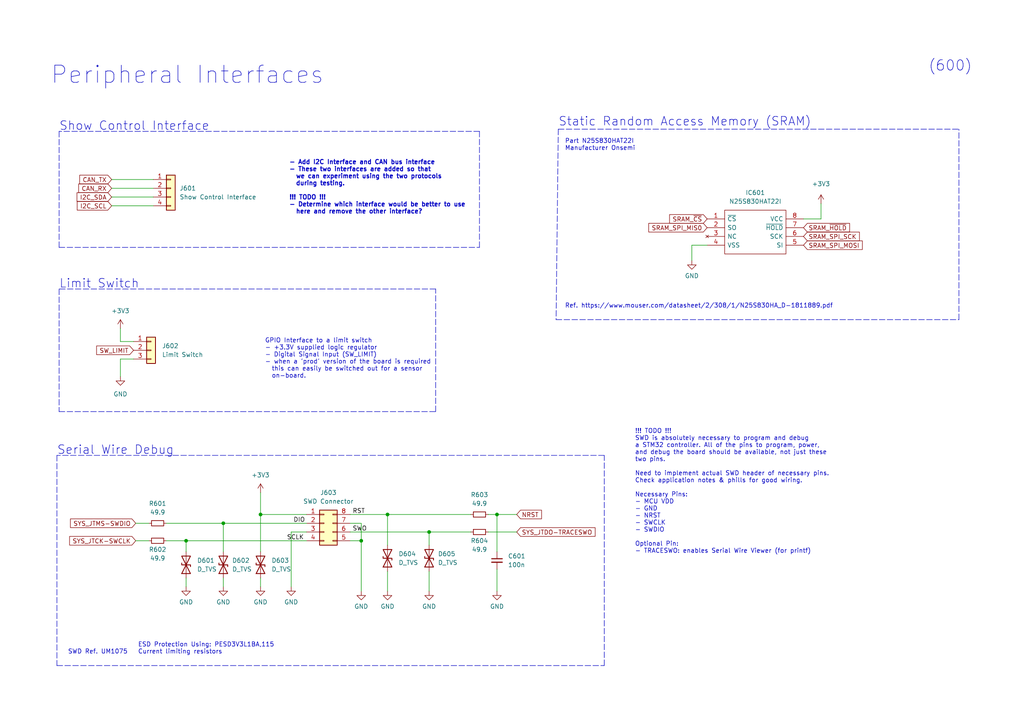
<source format=kicad_sch>
(kicad_sch (version 20211123) (generator eeschema)
  (paper "A4")
  (title_block (title "Peripheral Interfaces") (date "2022-10-30") (rev "HULA - 0.2") (company "Alexander S. Adranly"))
  (lib_symbols
    (symbol "Connector_Generic:Conn_01x03" (pin_names (offset 1.016) hide)
      (property "Reference" "J" (at 0 5.08 0))
      (property "Value" "Conn_01x03" (at 0 -5.08 0))
      (symbol "Conn_01x03_1_1"
        (rectangle (start -1.27 -2.413) (end 0 -2.667) (stroke (width 0.1524)))
        (rectangle (start -1.27 0.127) (end 0 -0.127) (stroke (width 0.1524)))
        (rectangle (start -1.27 2.667) (end 0 2.413) (stroke (width 0.1524)))
        (rectangle (start -1.27 3.81) (end 1.27 -3.81) (stroke (width 0.254)) (fill (type background)))
        (pin passive line (at -5.08 2.54 0) (length 3.81) (name "Pin_1") (number "1"))
        (pin passive line (at -5.08 0 0) (length 3.81) (name "Pin_2") (number "2"))
        (pin passive line (at -5.08 -2.54 0) (length 3.81) (name "Pin_3") (number "3"))
      )
    )
    (symbol "Connector_Generic:Conn_01x04" (pin_names (offset 1.016) hide)
      (property "Reference" "J" (at 0 5.08 0))
      (property "Value" "Conn_01x04" (at 0 -7.62 0))
      (symbol "Conn_01x04_1_1"
        (rectangle (start -1.27 -4.953) (end 0 -5.207) (stroke (width 0.1524)))
        (rectangle (start -1.27 -2.413) (end 0 -2.667) (stroke (width 0.1524)))
        (rectangle (start -1.27 0.127) (end 0 -0.127) (stroke (width 0.1524)))
        (rectangle (start -1.27 2.667) (end 0 2.413) (stroke (width 0.1524)))
        (rectangle (start -1.27 3.81) (end 1.27 -6.35) (stroke (width 0.254)) (fill (type background)))
        (pin passive line (at -5.08 2.54 0) (length 3.81) (name "Pin_1") (number "1"))
        (pin passive line (at -5.08 0 0) (length 3.81) (name "Pin_2") (number "2"))
        (pin passive line (at -5.08 -2.54 0) (length 3.81) (name "Pin_3") (number "3"))
        (pin passive line (at -5.08 -5.08 0) (length 3.81) (name "Pin_4") (number "4"))
      )
    )
    (symbol "Connector_Generic:Conn_02x04_Counter_Clockwise" (pin_names (offset 1.016) hide)
      (property "Reference" "J" (at 1.27 5.08 0))
      (property "Value" "Conn_02x04_Counter_Clockwise" (at 1.27 -7.62 0))
      (symbol "Conn_02x04_Counter_Clockwise_1_1"
        (rectangle (start -1.27 -4.953) (end 0 -5.207) (stroke (width 0.1524)))
        (rectangle (start -1.27 -2.413) (end 0 -2.667) (stroke (width 0.1524)))
        (rectangle (start -1.27 0.127) (end 0 -0.127) (stroke (width 0.1524)))
        (rectangle (start -1.27 2.667) (end 0 2.413) (stroke (width 0.1524)))
        (rectangle (start -1.27 3.81) (end 3.81 -6.35) (stroke (width 0.254)) (fill (type background)))
        (rectangle (start 3.81 -4.953) (end 2.54 -5.207) (stroke (width 0.1524)))
        (rectangle (start 3.81 -2.413) (end 2.54 -2.667) (stroke (width 0.1524)))
        (rectangle (start 3.81 0.127) (end 2.54 -0.127) (stroke (width 0.1524)))
        (rectangle (start 3.81 2.667) (end 2.54 2.413) (stroke (width 0.1524)))
        (pin passive line (at -5.08 2.54 0) (length 3.81) (name "Pin_1") (number "1"))
        (pin passive line (at -5.08 0 0) (length 3.81) (name "Pin_2") (number "2"))
        (pin passive line (at -5.08 -2.54 0) (length 3.81) (name "Pin_3") (number "3"))
        (pin passive line (at -5.08 -5.08 0) (length 3.81) (name "Pin_4") (number "4"))
        (pin passive line (at 7.62 -5.08 180) (length 3.81) (name "Pin_5") (number "5"))
        (pin passive line (at 7.62 -2.54 180) (length 3.81) (name "Pin_6") (number "6"))
        (pin passive line (at 7.62 0 180) (length 3.81) (name "Pin_7") (number "7"))
        (pin passive line (at 7.62 2.54 180) (length 3.81) (name "Pin_8") (number "8"))
      )
    )
    (symbol "Device:C_Small" (pin_numbers hide) (pin_names (offset 0.254) hide)
      (property "Reference" "C" (at 0.254 1.778 0))
      (property "Value" "C_Small" (at 0.254 -2.032 0))
      (symbol "C_Small_0_1"
        (polyline (pts (xy -1.524 -0.508) (xy 1.524 -0.508)) (stroke (width 0.3302)))
        (polyline (pts (xy -1.524 0.508) (xy 1.524 0.508)) (stroke (width 0.3048)))
      )
      (symbol "C_Small_1_1"
        (pin passive line (at 0 2.54 270) (length 2.032) (name "~") (number "1"))
        (pin passive line (at 0 -2.54 90) (length 2.032) (name "~") (number "2"))
      )
    )
    (symbol "Device:D_TVS" (pin_numbers hide) (pin_names (offset 1.016) hide)
      (property "Reference" "D" (at 0 2.54 0))
      (property "Value" "D_TVS" (at 0 -2.54 0))
      (symbol "D_TVS_0_1"
        (polyline (pts (xy 1.27 0) (xy -1.27 0)))
        (polyline (pts (xy 0.508 1.27) (xy 0 1.27) (xy 0 -1.27) (xy -0.508 -1.27)) (stroke (width 0.254)))
        (polyline (pts (xy -2.54 1.27) (xy -2.54 -1.27) (xy 2.54 1.27) (xy 2.54 -1.27) (xy -2.54 1.27)) (stroke (width 0.254)))
      )
      (symbol "D_TVS_1_1"
        (pin passive line (at -3.81 0 0) (length 2.54) (name "A1") (number "1"))
        (pin passive line (at 3.81 0 180) (length 2.54) (name "A2") (number "2"))
      )
    )
    (symbol "Device:R_Small" (pin_numbers hide) (pin_names (offset 0.254) hide)
      (property "Reference" "R" (at 0.762 0.508 0))
      (property "Value" "R_Small" (at 0.762 -1.016 0))
      (symbol "R_Small_0_1"
        (rectangle (start -0.762 1.778) (end 0.762 -1.778) (stroke (width 0.2032)))
      )
      (symbol "R_Small_1_1"
        (pin passive line (at 0 2.54 270) (length 0.762) (name "~") (number "1"))
        (pin passive line (at 0 -2.54 90) (length 0.762) (name "~") (number "2"))
      )
    )
    (symbol "SamacSys_Parts:N25S830HAT22I" (pin_names (offset 0.762))
      (property "Reference" "IC" (at 24.13 7.62 0))
      (property "Value" "N25S830HAT22I" (at 24.13 5.08 0))
      (symbol "N25S830HAT22I_0_0"
        (pin input line (at 0 0 0) (length 5.08) (name "~{CS}") (number "1"))
        (pin passive line (at 0 -2.54 0) (length 5.08) (name "SO") (number "2"))
        (pin no_connect line (at 0 -5.08 0) (length 5.08) (name "NC") (number "3"))
        (pin power_in line (at 0 -7.62 0) (length 5.08) (name "VSS") (number "4"))
        (pin passive line (at 27.94 -7.62 180) (length 5.08) (name "SI") (number "5"))
        (pin passive line (at 27.94 -5.08 180) (length 5.08) (name "SCK") (number "6"))
        (pin passive line (at 27.94 -2.54 180) (length 5.08) (name "~{HOLD}") (number "7"))
        (pin power_in line (at 27.94 0 180) (length 5.08) (name "VCC") (number "8"))
      )
      (symbol "N25S830HAT22I_0_1"
        (polyline (pts (xy 5.08 2.54) (xy 22.86 2.54) (xy 22.86 -10.16) (xy 5.08 -10.16) (xy 5.08 2.54)) (stroke (width 0.1524)))
      )
    )
    (symbol "power:+3V3" (power) (pin_names (offset 0))
      (property "Value" "+3V3" (at 0 3.556 0))
      (symbol "+3V3_0_1"
        (polyline (pts (xy -0.762 1.27) (xy 0 2.54)))
        (polyline (pts (xy 0 0) (xy 0 2.54)))
        (polyline (pts (xy 0 2.54) (xy 0.762 1.27)))
      )
      (symbol "+3V3_1_1"
        (pin power_in line (at 0 0 90) (length 0) hide (name "+3V3") (number "1"))
      )
    )
    (symbol "power:GND" (power) (pin_names (offset 0))
      (property "Value" "GND" (at 0 -3.81 0))
      (symbol "GND_0_1"
        (polyline (pts (xy 0 0) (xy 0 -1.27) (xy 1.27 -1.27) (xy 0 -2.54) (xy -1.27 -1.27) (xy 0 -1.27)))
      )
      (symbol "GND_1_1"
        (pin power_in line (at 0 0 270) (length 0) hide (name "GND") (number "1"))
      )
    )
  )
  (junction (at 124.46 154.305))
  (junction (at 144.145 149.225))
  (junction (at 112.395 149.225))
  (junction (at 64.77 151.765))
  (junction (at 75.565 149.225))
  (junction (at 53.975 156.845))
  (junction (at 104.775 156.845))
  (polyline (pts (xy 17.145 71.755) (xy 139.065 71.755)))
  (wire (pts (xy 112.395 149.225) (xy 101.6 149.225)))
  (polyline (pts (xy 126.365 119.38) (xy 126.365 83.82)))
  (wire (pts (xy 64.77 151.765) (xy 88.9 151.765)))
  (wire (pts (xy 53.975 167.64) (xy 53.975 170.18)))
  (wire (pts (xy 144.145 149.225) (xy 141.605 149.225)))
  (wire (pts (xy 101.6 156.845) (xy 104.775 156.845)))
  (wire (pts (xy 75.565 167.64) (xy 75.565 170.18)))
  (wire (pts (xy 238.125 63.5) (xy 238.125 59.055)))
  (wire (pts (xy 149.86 149.225) (xy 144.145 149.225)))
  (wire (pts (xy 124.46 154.305) (xy 101.6 154.305)))
  (wire (pts (xy 84.455 154.305) (xy 84.455 170.18)))
  (wire (pts (xy 32.385 54.61) (xy 44.45 54.61)))
  (polyline (pts (xy 175.26 193.04) (xy 175.26 132.08)))
  (wire (pts (xy 136.525 149.225) (xy 112.395 149.225)))
  (polyline (pts (xy 17.145 38.1) (xy 17.145 71.755)))
  (wire (pts (xy 48.26 156.845) (xy 53.975 156.845)))
  (wire (pts (xy 32.385 57.15) (xy 44.45 57.15)))
  (wire (pts (xy 104.775 156.845) (xy 104.775 171.45)))
  (wire (pts (xy 38.735 99.06) (xy 34.925 99.06)))
  (wire (pts (xy 53.975 156.845) (xy 88.9 156.845)))
  (wire (pts (xy 104.775 151.765) (xy 104.775 156.845)))
  (wire (pts (xy 136.525 154.305) (xy 124.46 154.305)))
  (wire (pts (xy 39.37 156.845) (xy 43.18 156.845)))
  (wire (pts (xy 39.37 151.765) (xy 43.18 151.765)))
  (polyline (pts (xy 17.145 83.82) (xy 17.145 119.38)))
  (polyline (pts (xy 16.51 132.08) (xy 16.51 193.04)))
  (polyline (pts (xy 161.29 92.71) (xy 278.13 92.71)))
  (polyline (pts (xy 278.13 92.71) (xy 278.13 37.465)))
  (wire (pts (xy 124.46 154.305) (xy 124.46 158.115)))
  (wire (pts (xy 48.26 151.765) (xy 64.77 151.765)))
  (polyline (pts (xy 126.365 83.82) (xy 17.145 83.82)))
  (polyline (pts (xy 17.145 119.38) (xy 126.365 119.38)))
  (wire (pts (xy 88.9 154.305) (xy 84.455 154.305)))
  (wire (pts (xy 112.395 165.735) (xy 112.395 171.45)))
  (wire (pts (xy 32.385 52.07) (xy 44.45 52.07)))
  (polyline (pts (xy 139.065 71.755) (xy 139.065 38.1)))
  (polyline (pts (xy 161.925 37.465) (xy 161.29 92.71)))
  (wire (pts (xy 64.77 160.02) (xy 64.77 151.765)))
  (wire (pts (xy 34.925 109.22) (xy 34.925 104.14)))
  (wire (pts (xy 144.145 160.02) (xy 144.145 149.225)))
  (wire (pts (xy 34.925 99.06) (xy 34.925 95.25)))
  (wire (pts (xy 149.86 154.305) (xy 141.605 154.305)))
  (wire (pts (xy 34.925 104.14) (xy 38.735 104.14)))
  (wire (pts (xy 64.77 167.64) (xy 64.77 170.18)))
  (wire (pts (xy 144.145 165.1) (xy 144.145 171.45)))
  (wire (pts (xy 75.565 142.875) (xy 75.565 149.225)))
  (polyline (pts (xy 16.51 193.04) (xy 175.26 193.04)))
  (polyline (pts (xy 139.065 38.1) (xy 17.145 38.1)))
  (wire (pts (xy 233.045 63.5) (xy 238.125 63.5)))
  (wire (pts (xy 101.6 151.765) (xy 104.775 151.765)))
  (wire (pts (xy 112.395 149.225) (xy 112.395 158.115)))
  (wire (pts (xy 32.385 59.69) (xy 44.45 59.69)))
  (polyline (pts (xy 175.26 132.08) (xy 16.51 132.08)))
  (wire (pts (xy 124.46 165.735) (xy 124.46 171.45)))
  (wire (pts (xy 75.565 149.225) (xy 88.9 149.225)))
  (wire (pts (xy 53.975 156.845) (xy 53.975 160.02)))
  (wire (pts (xy 200.66 75.565) (xy 200.66 71.12)))
  (wire (pts (xy 75.565 149.225) (xy 75.565 160.02)))
  (polyline (pts (xy 161.925 37.465) (xy 278.13 37.465)))
  (wire (pts (xy 200.66 71.12) (xy 205.105 71.12)))
  (text "Limit Switch" (at 17.145 83.82 0) (effects (font (size 2.5 2.5)) (justify left bottom)))
  (text "Static Random Access Memory (SRAM)" (at 161.925 36.83 0) (effects (font (size 2.5 2.5)) (justify left bottom)))
  (text "- Add I2C Interface and CAN bus interface\n- These two interfaces are added so that \n  we can experiment using the two protocols \n  during testing.\n\n!!! TODO !!!\n- Determine which interface would be better to use\n  here and remove the other interface?" (at 83.82 62.23 0) (effects (font (size 1.27 1.27) (thickness 0.254) bold) (justify left bottom)))
  (text "Ref. https://www.mouser.com/datasheet/2/308/1/N25S830HA_D-1811889.pdf" (at 163.83 89.535 0) (effects (font (size 1.27 1.27)) (justify left bottom)))
  (text "!!! TODO !!!\nSWD is absolutely necessary to program and debug\na STM32 controller. All of the pins to program, power,\nand debug the board should be available, not just these\ntwo pins.\n\nNeed to implement actual SWD header of necessary pins.\nCheck application notes & phills for good wiring.\n\nNecessary Pins:\n- MCU VDD\n- GND\n- NRST\n- SWCLK\n- SWDIO\n\nOptional Pin:\n- TRACESWO: enables Serial Wire Viewer (for printf)" (at 184.15 160.655 0) (effects (font (size 1.27 1.27)) (justify left bottom)))
  (text "Part N25S830HAT22I\nManufacturer Onsemi" (at 163.83 43.815 0) (effects (font (size 1.27 1.27)) (justify left bottom)))
  (text "ESD Protection Using: PESD3V3L1BA,115\nCurrent limiting resistors" (at 40.005 189.865 0) (effects (font (size 1.27 1.27)) (justify left bottom)))
  (text "Serial Wire Debug" (at 16.51 132.08 0) (effects (font (size 2.5 2.5)) (justify left bottom)))
  (text "SWD Ref. UM1075" (at 19.685 189.865 0) (effects (font (size 1.27 1.27)) (justify left bottom)))
  (text "Show Control Interface" (at 17.145 38.1 0) (effects (font (size 2.5 2.5)) (justify left bottom)))
  (text "GPIO Interface to a limit switch\n- +3.3V supplied logic regulator\n- Digital Signal Input (SW_LIMIT)\n- when a 'prod' version of the board is required\n  this can easily be switched out for a sensor\n  on-board." (at 76.835 109.855 0) (effects (font (size 1.27 1.27)) (justify left bottom)))
  (text "Peripheral Interfaces" (at 14.605 24.765 0) (effects (font (size 5 5)) (justify left bottom)))
  (text "(600)" (at 269.24 20.955 0) (effects (font (size 3 3)) (justify left bottom)))
  (label "DIO" (at 85.09 151.765 0))
  (label "RST" (at 102.235 149.225 0))
  (label "SCLK" (at 83.185 156.845 0))
  (label "SWO" (at 102.235 154.305 0))
  (global_label "NRST" (shape input) (at 149.86 149.225 0) (property "Intersheet References" "${INTERSHEET_REFS}" (effects hide)))
  (global_label "SRAM_SPI_MIS0" (shape input) (at 205.105 66.04 180) (property "Intersheet References" "${INTERSHEET_REFS}" (effects hide)))
  (global_label "SRAM_~{CS}" (shape input) (at 205.105 63.5 180) (property "Intersheet References" "${INTERSHEET_REFS}" (effects hide)))
  (global_label "SRAM_SPI_MOSI" (shape input) (at 233.045 71.12 0) (property "Intersheet References" "${INTERSHEET_REFS}" (effects hide)))
  (global_label "SYS_JTCK-SWCLK" (shape input) (at 39.37 156.845 180) (property "Intersheet References" "${INTERSHEET_REFS}" (effects hide)))
  (global_label "SW_LIMIT" (shape input) (at 38.735 101.6 180) (property "Intersheet References" "${INTERSHEET_REFS}" (effects hide)))
  (global_label "I2C_SDA" (shape input) (at 32.385 57.15 180) (property "Intersheet References" "${INTERSHEET_REFS}" (effects hide)))
  (global_label "CAN_RX" (shape input) (at 32.385 54.61 180) (property "Intersheet References" "${INTERSHEET_REFS}" (effects hide)))
  (global_label "CAN_TX" (shape input) (at 32.385 52.07 180) (property "Intersheet References" "${INTERSHEET_REFS}" (effects hide)))
  (global_label "SRAM_SPI_SCK" (shape input) (at 233.045 68.58 0) (property "Intersheet References" "${INTERSHEET_REFS}" (effects hide)))
  (global_label "SYS_JTDO-TRACESWO" (shape input) (at 149.86 154.305 0) (property "Intersheet References" "${INTERSHEET_REFS}" (effects hide)))
  (global_label "SRAM_~{HOLD}" (shape input) (at 233.045 66.04 0) (property "Intersheet References" "${INTERSHEET_REFS}" (effects hide)))
  (global_label "SYS_JTMS-SWDIO" (shape input) (at 39.37 151.765 180) (property "Intersheet References" "${INTERSHEET_REFS}" (effects hide)))
  (global_label "I2C_SCL" (shape input) (at 32.385 59.69 180) (property "Intersheet References" "${INTERSHEET_REFS}" (effects hide)))
  (symbol (lib_id "SamacSys_Parts:N25S830HAT22I") (at 205.105 63.5 0) (unit 1)
    (property "Reference" "IC601" (at 219.075 55.88 0))
    (property "Value" "N25S830HAT22I" (at 219.075 58.42 0))
    (property "Footprint" "SOP65P640X120-8N" (effects hide))
    (property "Datasheet" "https://componentsearchengine.com/Datasheets/1/N25S830HAT22I.pdf" (effects hide))
    (property "Description" "SRAM - hand soldering (not buying from JLCPCB)" (effects hide))
    (property "Height" "1.2" (effects hide))
    (property "Mouser Part Number" "863-N25S830HAT22I" (effects hide))
    (property "Mouser Price/Stock" "https://www.mouser.com/Search/Refine.aspx?Keyword=863-N25S830HAT22I" (effects hide))
    (property "Manufacturer_Name" "onsemi" (effects hide))
    (property "Manufacturer_Part_Number" "N25S830HAT22I" (effects hide))
  )
  (symbol (lib_id "Device:C_Small") (at 144.145 162.56 0) (unit 1)
    (property "Reference" "C601" (at 147.32 161.2962 0) (effects (justify left)))
    (property "Value" "100n" (at 147.32 163.8362 0) (effects (justify left)))
    (property "Footprint" "Resistor_SMD:R_0402_1005Metric" (effects hide))
    (property "Description" "MLCC, 10%" (effects hide))
    (property "Manufacturer_Name" "YAGEO" (effects hide))
    (property "Manufacturer_Part_Number" "CC0402KRX7R9BB104" (effects hide))
  )
  (symbol (lib_id "power:+3V3") (at 34.925 95.25 0) (unit 1)
    (property "Reference" "#PWR0108" (effects hide))
    (property "Value" "+3V3" (at 34.925 90.17 0))
  )
  (symbol (lib_id "power:GND") (at 75.565 170.18 0) (unit 1)
    (property "Reference" "#PWR0115" (effects hide))
    (property "Value" "GND" (at 75.565 174.625 0))
  )
  (symbol (lib_id "Connector_Generic:Conn_01x03") (at 43.815 101.6 0) (unit 1)
    (property "Reference" "J602" (at 46.99 100.3299 0) (effects (justify left)))
    (property "Value" "Limit Switch" (at 46.99 102.8699 0) (effects (justify left)))
    (property "Footprint" "Connector_PinSocket_2.54mm:PinSocket_1x03_P2.54mm_Vertical" (effects hide))
  )
  (symbol (lib_id "power:GND") (at 104.775 171.45 0) (unit 1)
    (property "Reference" "#PWR0113" (effects hide))
    (property "Value" "GND" (at 104.775 175.895 0))
  )
  (symbol (lib_id "Device:D_TVS") (at 64.77 163.83 90) (unit 1)
    (property "Reference" "D602" (at 67.31 162.5599 90) (effects (justify right)))
    (property "Value" "D_TVS" (at 67.31 165.0999 90) (effects (justify right)))
    (property "Footprint" "SamacSys_Parts:SOD2512X110N" (effects hide))
    (property "Description" "Bidirectional TVS diodes for ESD" (effects hide))
    (property "Manufacturer_Name" "Nexperia" (effects hide))
    (property "Manufacturer_Part_Number" "PESD3V3L1BA,115" (effects hide))
  )
  (symbol (lib_id "power:GND") (at 124.46 171.45 0) (unit 1)
    (property "Reference" "#PWR0112" (effects hide))
    (property "Value" "GND" (at 124.46 175.895 0))
  )
  (symbol (lib_id "Device:D_TVS") (at 53.975 163.83 90) (unit 1)
    (property "Reference" "D601" (at 57.15 162.5599 90) (effects (justify right)))
    (property "Value" "D_TVS" (at 57.15 165.0999 90) (effects (justify right)))
    (property "Footprint" "SamacSys_Parts:SOD2512X110N" (effects hide))
    (property "Description" "Bidirectional TVS diodes for ESD" (effects hide))
    (property "Manufacturer_Name" "Nexperia" (effects hide))
    (property "Manufacturer_Part_Number" "PESD3V3L1BA,115" (effects hide))
  )
  (symbol (lib_id "Connector_Generic:Conn_01x04") (at 49.53 54.61 0) (unit 1)
    (property "Reference" "J601" (at 52.07 54.6099 0) (effects (justify left)))
    (property "Value" "Show Control Interface" (at 52.07 57.1499 0) (effects (justify left)))
    (property "Footprint" "Connector_PinSocket_2.54mm:PinSocket_1x04_P2.54mm_Vertical" (effects hide))
  )
  (symbol (lib_id "Connector_Generic:Conn_02x04_Counter_Clockwise") (at 93.98 151.765 0) (unit 1)
    (property "Reference" "J603" (at 95.25 142.875 0))
    (property "Value" "SWD Connector" (at 95.25 145.415 0))
    (property "Footprint" "Connector_PinHeader_2.54mm:PinHeader_2x04_P2.54mm_Vertical" (effects hide))
  )
  (symbol (lib_id "power:GND") (at 112.395 171.45 0) (unit 1)
    (property "Reference" "#PWR0110" (effects hide))
    (property "Value" "GND" (at 112.395 175.895 0))
  )
  (symbol (lib_id "power:GND") (at 144.145 171.45 0) (unit 1)
    (property "Reference" "#PWR0111" (effects hide))
    (property "Value" "GND" (at 144.145 175.895 0))
  )
  (symbol (lib_id "Device:D_TVS") (at 75.565 163.83 90) (unit 1)
    (property "Reference" "D603" (at 78.74 162.5599 90) (effects (justify right)))
    (property "Value" "D_TVS" (at 78.74 165.0999 90) (effects (justify right)))
    (property "Footprint" "SamacSys_Parts:SOD2512X110N" (effects hide))
    (property "Description" "Bidirectional TVS diodes for ESD" (effects hide))
    (property "Manufacturer_Name" "Nexperia" (effects hide))
    (property "Manufacturer_Part_Number" "PESD3V3L1BA,115" (effects hide))
  )
  (symbol (lib_id "power:GND") (at 64.77 170.18 0) (unit 1)
    (property "Reference" "#PWR0114" (effects hide))
    (property "Value" "GND" (at 64.77 174.625 0))
  )
  (symbol (lib_id "Device:R_Small") (at 139.065 154.305 90) (unit 1)
    (property "Reference" "R604" (at 139.065 156.845 90))
    (property "Value" "49.9" (at 139.065 159.385 90))
    (property "Footprint" "Resistor_SMD:R_0402_1005Metric" (effects hide))
    (property "Manufacturer_Name" "UNI-ROYAL(Uniroyal Elec)" (effects hide))
    (property "Manufacturer_Part_Number" "0402WGF499JTCE" (effects hide))
  )
  (symbol (lib_id "power:+3V3") (at 238.125 59.055 0) (unit 1)
    (property "Reference" "#PWR0107" (effects hide))
    (property "Value" "+3V3" (at 238.125 53.34 0))
  )
  (symbol (lib_id "power:GND") (at 200.66 75.565 0) (unit 1)
    (property "Reference" "#PWR030" (effects hide))
    (property "Value" "GND" (at 200.66 80.01 0))
  )
  (symbol (lib_id "Device:D_TVS") (at 112.395 161.925 90) (unit 1)
    (property "Reference" "D604" (at 115.57 160.6549 90) (effects (justify right)))
    (property "Value" "D_TVS" (at 115.57 163.1949 90) (effects (justify right)))
    (property "Footprint" "SamacSys_Parts:SOD2512X110N" (effects hide))
    (property "Description" "Bidirectional TVS diodes for ESD" (effects hide))
    (property "Manufacturer_Name" "Nexperia" (effects hide))
    (property "Manufacturer_Part_Number" "PESD3V3L1BA,115" (effects hide))
  )
  (symbol (lib_id "Device:R_Small") (at 45.72 156.845 90) (unit 1)
    (property "Reference" "R602" (at 45.72 159.385 90))
    (property "Value" "49.9" (at 45.72 161.925 90))
    (property "Footprint" "Resistor_SMD:R_0402_1005Metric" (effects hide))
    (property "Manufacturer_Name" "UNI-ROYAL(Uniroyal Elec)" (effects hide))
    (property "Manufacturer_Part_Number" "0402WGF499JTCE" (effects hide))
  )
  (symbol (lib_id "power:GND") (at 53.975 170.18 0) (unit 1)
    (property "Reference" "#PWR0116" (effects hide))
    (property "Value" "GND" (at 53.975 174.625 0))
  )
  (symbol (lib_id "power:GND") (at 34.925 109.22 0) (unit 1)
    (property "Reference" "#PWR024" (effects hide))
    (property "Value" "GND" (at 34.925 114.3 0))
  )
  (symbol (lib_id "Device:R_Small") (at 45.72 151.765 90) (unit 1)
    (property "Reference" "R601" (at 45.72 146.05 90))
    (property "Value" "49.9" (at 45.72 148.59 90))
    (property "Footprint" "Resistor_SMD:R_0402_1005Metric" (effects hide))
    (property "Manufacturer_Name" "UNI-ROYAL(Uniroyal Elec)" (effects hide))
    (property "Manufacturer_Part_Number" "0402WGF499JTCE" (effects hide))
  )
  (symbol (lib_id "power:+3V3") (at 75.565 142.875 0) (unit 1)
    (property "Reference" "#PWR0109" (effects hide))
    (property "Value" "+3V3" (at 75.565 137.795 0))
  )
  (symbol (lib_id "Device:R_Small") (at 139.065 149.225 90) (unit 1)
    (property "Reference" "R603" (at 139.065 143.51 90))
    (property "Value" "49.9" (at 139.065 146.05 90))
    (property "Footprint" "Resistor_SMD:R_0402_1005Metric" (effects hide))
    (property "Manufacturer_Name" "UNI-ROYAL(Uniroyal Elec)" (effects hide))
    (property "Manufacturer_Part_Number" "0402WGF499JTCE" (effects hide))
  )
  (symbol (lib_id "power:GND") (at 84.455 170.18 0) (unit 1)
    (property "Reference" "#PWR0104" (effects hide))
    (property "Value" "GND" (at 84.455 174.625 0))
  )
  (symbol (lib_id "Device:D_TVS") (at 124.46 161.925 90) (unit 1)
    (property "Reference" "D605" (at 127 160.6549 90) (effects (justify right)))
    (property "Value" "D_TVS" (at 127 163.1949 90) (effects (justify right)))
    (property "Footprint" "SamacSys_Parts:SOD2512X110N" (effects hide))
    (property "Description" "Bidirectional TVS diodes for ESD" (effects hide))
    (property "Manufacturer_Name" "Nexperia" (effects hide))
    (property "Manufacturer_Part_Number" "PESD3V3L1BA,115" (effects hide))
  )
)
</source>
